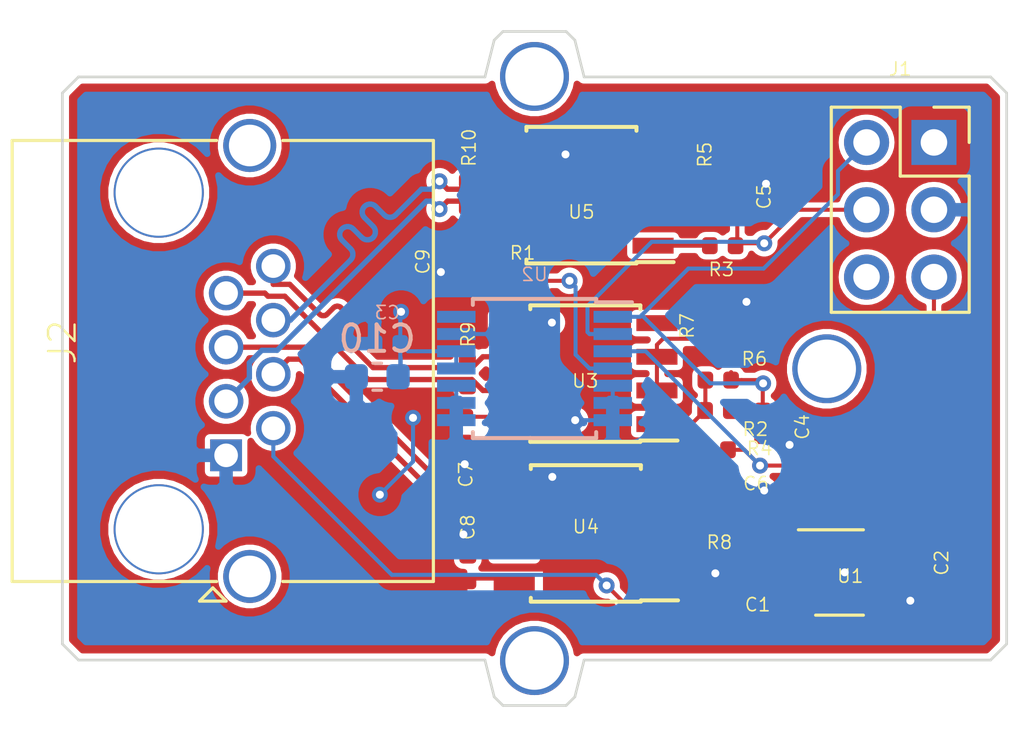
<source format=kicad_pcb>
(kicad_pcb (version 20171130) (host pcbnew "(5.1.4-0)")
  (layers (0 F.Cu signal) (31 B.Cu signal) (34 B.Paste user) (35 F.Paste user) (36 B.SilkS user hide) (37 F.SilkS user hide) (38 B.Mask user hide) (39 F.Mask user) (44 Edge.Cuts user))
  (net 0 "")
  (net 1 +5V)
  (net 2 GND)
  (net 3 +3V3)
  (net 4 ~CSn)
  (net 5 CLK)
  (net 6 "Net-(C6-Pad1)")
  (net 7 MISO)
  (net 8 /MOSI)
  (net 9 "Net-(R1-Pad2)")
  (net 10 "Net-(R2-Pad1)")
  (net 11 "Net-(R3-Pad1)")
  (net 12 "Net-(R5-Pad1)")
  (net 13 "Net-(R7-Pad1)")
  (net 14 "Net-(R8-Pad2)")
  (net 15 "Net-(U1-Pad4)")
  (net 16 "Net-(U2-Pad14)")
  (net 17 "Net-(U3-Pad4)")
  (net 18 "Net-(U4-Pad1)")
  (net 19 "Net-(U5-Pad4)")
  (net 20 /CS_-)
  (net 21 /CS_+)
  (net 22 /MISO_-)
  (net 23 /MISO_+)
  (net 24 /CLK_-)
  (net 25 /CLK_+)
  (net 26 "Net-(J2-PadSH)")
  (module Connector_RJ:RJ45_Amphenol_RJHSE5380 (layer F.Cu) (at 101.45268 69.2658 90)
    (fp_text reference J2 (at 4.2672 -6.1722 90) (layer F.SilkS) (effects (font (thickness 0.09))))
    (fp_text value 8P8C_Shielded)
    (pad SH thru_hole circle (at -4.57 0.89 90) (size 2 2) (drill 1.57) (layers *.Cu *.Mask) (net 26 "Net-(J2-PadSH)"))
    (pad SH thru_hole circle (at 11.69 0.89 90) (size 2 2) (drill 1.57) (layers *.Cu *.Mask) (net 26 "Net-(J2-PadSH)"))
    (pad "" thru_hole circle (at 9.91 -2.54 90) (size 3.4 3.4) (drill 3.25) (layers *.Cu *.Mask))
    (pad "" thru_hole circle (at -2.79 -2.54 90) (size 3.4 3.4) (drill 3.25) (layers *.Cu *.Mask))
    (pad 8 thru_hole circle (at 7.14 1.78 90) (size 1.3 1.3) (drill 0.89) (layers *.Cu *.Mask) (net 21 /CS_+))
    (pad 6 thru_hole circle (at 5.1 1.78 90) (size 1.3 1.3) (drill 0.89) (layers *.Cu *.Mask) (net 25 /CLK_+))
    (pad 4 thru_hole circle (at 3.06 1.78 90) (size 1.3 1.3) (drill 0.89) (layers *.Cu *.Mask) (net 22 /MISO_-))
    (pad 2 thru_hole circle (at 1.02 1.78 90) (size 1.3 1.3) (drill 0.89) (layers *.Cu *.Mask) (net 1 +5V))
    (pad 7 thru_hole circle (at 6.12 0 90) (size 1.3 1.3) (drill 0.89) (layers *.Cu *.Mask) (net 20 /CS_-))
    (pad 5 thru_hole circle (at 4.08 0 90) (size 1.3 1.3) (drill 0.89) (layers *.Cu *.Mask) (net 23 /MISO_+))
    (pad 3 thru_hole circle (at 2.04 0 90) (size 1.3 1.3) (drill 0.89) (layers *.Cu *.Mask) (net 24 /CLK_-))
    (pad 1 thru_hole rect (at 0 0 90) (size 1.2 1.2) (drill 0.89) (layers *.Cu *.Mask) (net 2 GND))
  )
  (module Capacitor_SMD:C_0603_1608Metric (layer B.Cu) (at 107.15 66.3 180)
    (fp_text reference C10 (at 0 1.43) (layer B.SilkS) (effects (justify mirror)))
    (fp_text value 10uF)
    (pad 2 smd roundrect (at 0.7875 0 180) (size 0.875 0.95) (layers B.Cu B.Paste B.Mask) (net 2 GND))
    (pad 1 smd roundrect (at -0.7875 0 180) (size 0.875 0.95) (layers B.Cu B.Paste B.Mask) (net 3 +3V3))
  )
  (module Package_SO:SOIC-8_3.9x4.9mm_P1.27mm (layer F.Cu) (at 114.99596 66.18224 180)
    (fp_text reference U3 (at 0 -0.2794 180) (layer F.SilkS) (effects (font (size 0.5 0.5) (thickness 0.06))))
    (fp_text value MAX485E)
    (pad 1 smd rect (at -2.7 -1.905 180) (size 1.55 0.6) (layers F.Cu F.Paste F.Mask) (net 10 "Net-(R2-Pad1)"))
    (pad 2 smd rect (at -2.7 -0.635 180) (size 1.55 0.6) (layers F.Cu F.Paste F.Mask) (net 13 "Net-(R7-Pad1)"))
    (pad 3 smd rect (at -2.7 0.635 180) (size 1.55 0.6) (layers F.Cu F.Paste F.Mask) (net 13 "Net-(R7-Pad1)"))
    (pad 4 smd rect (at -2.7 1.905 180) (size 1.55 0.6) (layers F.Cu F.Paste F.Mask) (net 17 "Net-(U3-Pad4)"))
    (pad 5 smd rect (at 2.7 1.905 180) (size 1.55 0.6) (layers F.Cu F.Paste F.Mask) (net 2 GND))
    (pad 6 smd rect (at 2.7 0.635 180) (size 1.55 0.6) (layers F.Cu F.Paste F.Mask) (net 21 /CS_+))
    (pad 7 smd rect (at 2.7 -0.635 180) (size 1.55 0.6) (layers F.Cu F.Paste F.Mask) (net 20 /CS_-))
    (pad 8 smd rect (at 2.7 -1.905 180) (size 1.55 0.6) (layers F.Cu F.Paste F.Mask) (net 3 +3V3))
  )
  (module Resistor_SMD:R_0402_1005Metric (layer F.Cu) (at 110.55 59.415 90)
    (fp_text reference R10 (at 1.75768 0.06096 90) (layer F.SilkS) (effects (font (size 0.5 0.5) (thickness 0.06))))
    (fp_text value 120)
    (pad 2 smd roundrect (at 0.485 0 90) (size 0.59 0.64) (layers F.Cu F.Paste F.Mask) (net 25 /CLK_+))
    (pad 1 smd roundrect (at -0.485 0 90) (size 0.59 0.64) (layers F.Cu F.Paste F.Mask) (net 24 /CLK_-))
  )
  (module Resistor_SMD:R_0402_1005Metric (layer F.Cu) (at 110.55 66.185 90)
    (fp_text reference R9 (at 1.47828 0.0254 90) (layer F.SilkS) (effects (font (size 0.5 0.5) (thickness 0.06))))
    (fp_text value 120)
    (pad 2 smd roundrect (at 0.485 0 90) (size 0.59 0.64) (layers F.Cu F.Paste F.Mask) (net 21 /CS_+))
    (pad 1 smd roundrect (at -0.485 0 90) (size 0.59 0.64) (layers F.Cu F.Paste F.Mask) (net 20 /CS_-))
  )
  (module Resistor_SMD:R_0402_1005Metric (layer F.Cu) (at 120.05056 71.37908 180)
    (fp_text reference R8 (at 0 -1.17) (layer F.SilkS) (effects (font (size 0.5 0.5) (thickness 0.06))))
    (fp_text value 10k)
    (pad 2 smd roundrect (at 0.485 0 180) (size 0.59 0.64) (layers F.Cu F.Paste F.Mask) (net 14 "Net-(R8-Pad2)"))
    (pad 1 smd roundrect (at -0.485 0 180) (size 0.59 0.64) (layers F.Cu F.Paste F.Mask) (net 3 +3V3))
  )
  (module Resistor_SMD:R_0402_1005Metric (layer F.Cu) (at 120.00484 64.38152 90)
    (fp_text reference R7 (at 0 -1.17 90) (layer F.SilkS) (effects (font (size 0.5 0.5) (thickness 0.06))))
    (fp_text value 10k)
    (pad 2 smd roundrect (at 0.485 0 90) (size 0.59 0.64) (layers F.Cu F.Paste F.Mask) (net 2 GND))
    (pad 1 smd roundrect (at -0.485 0 90) (size 0.59 0.64) (layers F.Cu F.Paste F.Mask) (net 13 "Net-(R7-Pad1)"))
  )
  (module Resistor_SMD:R_0402_1005Metric (layer F.Cu) (at 120.00752 66.42608 180)
    (fp_text reference R6 (at -1.36384 0.79756) (layer F.SilkS) (effects (font (size 0.5 0.5) (thickness 0.06))))
    (fp_text value 10k)
    (pad 2 smd roundrect (at 0.485 0 180) (size 0.59 0.64) (layers F.Cu F.Paste F.Mask) (net 10 "Net-(R2-Pad1)"))
    (pad 1 smd roundrect (at -0.485 0 180) (size 0.59 0.64) (layers F.Cu F.Paste F.Mask) (net 4 ~CSn))
  )
  (module Resistor_SMD:R_0402_1005Metric (layer F.Cu) (at 119.47144 59.4868 90)
    (fp_text reference R5 (at 1.56464 0.03048 90) (layer F.SilkS) (effects (font (size 0.5 0.5) (thickness 0.06))))
    (fp_text value 10k)
    (pad 2 smd roundrect (at 0.485 0 90) (size 0.59 0.64) (layers F.Cu F.Paste F.Mask) (net 2 GND))
    (pad 1 smd roundrect (at -0.485 0 90) (size 0.59 0.64) (layers F.Cu F.Paste F.Mask) (net 12 "Net-(R5-Pad1)"))
  )
  (module Resistor_SMD:R_0402_1005Metric (layer F.Cu) (at 119.8904 69.05752 180)
    (fp_text reference R4 (at -1.6764 0.0508) (layer F.SilkS) (effects (font (size 0.5 0.5) (thickness 0.06))))
    (fp_text value R)
    (pad 2 smd roundrect (at 0.485 0 180) (size 0.59 0.64) (layers F.Cu F.Paste F.Mask) (net 6 "Net-(C6-Pad1)"))
    (pad 1 smd roundrect (at -0.485 0 180) (size 0.59 0.64) (layers F.Cu F.Paste F.Mask) (net 7 MISO))
  )
  (module Resistor_SMD:R_0402_1005Metric (layer F.Cu) (at 120.17488 61.35624)
    (fp_text reference R3 (at -0.04812 0.89916) (layer F.SilkS) (effects (font (size 0.5 0.5) (thickness 0.06))))
    (fp_text value R)
    (pad 2 smd roundrect (at 0.485 0) (size 0.59 0.64) (layers F.Cu F.Paste F.Mask) (net 5 CLK))
    (pad 1 smd roundrect (at -0.485 0) (size 0.59 0.64) (layers F.Cu F.Paste F.Mask) (net 11 "Net-(R3-Pad1)"))
  )
  (module Resistor_SMD:R_0402_1005Metric (layer F.Cu) (at 119.99708 67.57416)
    (fp_text reference R2 (at 1.40984 0.70612) (layer F.SilkS) (effects (font (size 0.5 0.5) (thickness 0.06))))
    (fp_text value R)
    (pad 2 smd roundrect (at 0.485 0) (size 0.59 0.64) (layers F.Cu F.Paste F.Mask) (net 4 ~CSn))
    (pad 1 smd roundrect (at -0.485 0) (size 0.59 0.64) (layers F.Cu F.Paste F.Mask) (net 10 "Net-(R2-Pad1)"))
  )
  (module Resistor_SMD:R_0402_1005Metric (layer F.Cu) (at 112.63 62.8)
    (fp_text reference R1 (at 0 -1.17) (layer F.SilkS) (effects (font (size 0.5 0.5) (thickness 0.06))))
    (fp_text value 10k)
    (pad 2 smd roundrect (at 0.485 0) (size 0.59 0.64) (layers F.Cu F.Paste F.Mask) (net 9 "Net-(R1-Pad2)"))
    (pad 1 smd roundrect (at -0.485 0) (size 0.59 0.64) (layers F.Cu F.Paste F.Mask) (net 3 +3V3))
  )
  (module Capacitor_SMD:C_0402_1005Metric (layer F.Cu) (at 110.47984 61.8212 270)
    (fp_text reference C9 (at 0.13448 1.61036 90) (layer F.SilkS) (effects (font (size 0.5 0.5) (thickness 0.06))))
    (fp_text value 100nF)
    (pad 2 smd roundrect (at 0.485 0 270) (size 0.59 0.64) (layers F.Cu F.Paste F.Mask) (net 2 GND))
    (pad 1 smd roundrect (at -0.485 0 270) (size 0.59 0.64) (layers F.Cu F.Paste F.Mask) (net 3 +3V3))
  )
  (module Capacitor_SMD:C_0402_1005Metric (layer F.Cu) (at 110.5662 73.53808 90)
    (fp_text reference C8 (at 1.55956 0 90) (layer F.SilkS) (effects (font (size 0.5 0.5) (thickness 0.06))))
    (fp_text value 100nF)
    (pad 2 smd roundrect (at 0.485 0 90) (size 0.59 0.64) (layers F.Cu F.Paste F.Mask) (net 2 GND))
    (pad 1 smd roundrect (at -0.485 0 90) (size 0.59 0.64) (layers F.Cu F.Paste F.Mask) (net 3 +3V3))
  )
  (module Capacitor_SMD:C_0402_1005Metric (layer F.Cu) (at 110.44936 68.29552 270)
    (fp_text reference C7 (at 1.7018 -0.04064 90) (layer F.SilkS) (effects (font (size 0.5 0.5) (thickness 0.06))))
    (fp_text value 100nF)
    (pad 2 smd roundrect (at 0.485 0 270) (size 0.59 0.64) (layers F.Cu F.Paste F.Mask) (net 2 GND))
    (pad 1 smd roundrect (at -0.485 0 270) (size 0.59 0.64) (layers F.Cu F.Paste F.Mask) (net 3 +3V3))
  )
  (module Capacitor_SMD:C_0402_1005Metric (layer F.Cu) (at 119.87516 70.22084)
    (fp_text reference C6 (at 1.55688 0.11176) (layer F.SilkS) (effects (font (size 0.5 0.5) (thickness 0.06))))
    (fp_text value C)
    (pad 2 smd roundrect (at 0.485 0) (size 0.59 0.64) (layers F.Cu F.Paste F.Mask) (net 2 GND))
    (pad 1 smd roundrect (at -0.485 0) (size 0.59 0.64) (layers F.Cu F.Paste F.Mask) (net 6 "Net-(C6-Pad1)"))
  )
  (module Capacitor_SMD:C_0402_1005Metric (layer F.Cu) (at 120.7262 59.53492 90)
    (fp_text reference C5 (at 0.03048 1.00584 90) (layer F.SilkS) (effects (font (size 0.5 0.5) (thickness 0.06))))
    (fp_text value C)
    (pad 2 smd roundrect (at 0.485 0 90) (size 0.59 0.64) (layers F.Cu F.Paste F.Mask) (net 2 GND))
    (pad 1 smd roundrect (at -0.485 0 90) (size 0.59 0.64) (layers F.Cu F.Paste F.Mask) (net 5 CLK))
  )
  (module Capacitor_SMD:C_0402_1005Metric (layer F.Cu) (at 121.68632 68.05676 270)
    (fp_text reference C4 (at 0.13716 -1.49352 90) (layer F.SilkS) (effects (font (size 0.5 0.5) (thickness 0.06))))
    (fp_text value C)
    (pad 2 smd roundrect (at 0.485 0 270) (size 0.59 0.64) (layers F.Cu F.Paste F.Mask) (net 2 GND))
    (pad 1 smd roundrect (at -0.485 0 270) (size 0.59 0.64) (layers F.Cu F.Paste F.Mask) (net 4 ~CSn))
  )
  (module Capacitor_SMD:C_0402_1005Metric (layer B.Cu) (at 107.535 65.05 180)
    (fp_text reference C3 (at 0 1.17) (layer B.SilkS) (effects (font (size 0.5 0.5) (thickness 0.06)) (justify mirror)))
    (fp_text value 100nF)
    (pad 2 smd roundrect (at 0.485 0 180) (size 0.59 0.64) (layers B.Cu B.Paste B.Mask) (net 2 GND))
    (pad 1 smd roundrect (at -0.485 0 180) (size 0.59 0.64) (layers B.Cu B.Paste B.Mask) (net 3 +3V3))
  )
  (module Capacitor_SMD:C_0402_1005Metric (layer F.Cu) (at 127.258 73.31964 270)
    (fp_text reference C2 (at 0 -1.17 90) (layer F.SilkS) (effects (font (size 0.5 0.5) (thickness 0.06))))
    (fp_text value 100nF)
    (pad 2 smd roundrect (at 0.485 0 270) (size 0.59 0.64) (layers F.Cu F.Paste F.Mask) (net 2 GND))
    (pad 1 smd roundrect (at -0.485 0 270) (size 0.59 0.64) (layers F.Cu F.Paste F.Mask) (net 3 +3V3))
  )
  (module Capacitor_SMD:C_0402_1005Metric (layer F.Cu) (at 121.49328 73.73112 180)
    (fp_text reference C1 (at 0 -1.17) (layer F.SilkS) (effects (font (size 0.5 0.5) (thickness 0.06))))
    (fp_text value 10nF)
    (pad 2 smd roundrect (at 0.485 0 180) (size 0.59 0.64) (layers F.Cu F.Paste F.Mask) (net 2 GND))
    (pad 1 smd roundrect (at -0.485 0 180) (size 0.59 0.64) (layers F.Cu F.Paste F.Mask) (net 1 +5V))
  )
  (module Connector_PinSocket_2.54mm:PinSocket_2x03_P2.54mm_Vertical (layer F.Cu) (at 128.14 57.46)
    (fp_text reference J1 (at -1.27 -2.77) (layer F.SilkS) (effects (font (size 0.5 0.5) (thickness 0.06))))
    (fp_text value debug)
    (pad 1 thru_hole rect (at 0 0) (size 1.7 1.7) (drill 1) (layers *.Cu *.Mask) (net 3 +3V3))
    (pad 2 thru_hole oval (at -2.54 0) (size 1.7 1.7) (drill 1) (layers *.Cu *.Mask) (net 4 ~CSn))
    (pad 3 thru_hole oval (at 0 2.54) (size 1.7 1.7) (drill 1) (layers *.Cu *.Mask) (net 2 GND))
    (pad 4 thru_hole oval (at -2.54 2.54) (size 1.7 1.7) (drill 1) (layers *.Cu *.Mask) (net 5 CLK))
    (pad 5 thru_hole oval (at 0 5.08) (size 1.7 1.7) (drill 1) (layers *.Cu *.Mask) (net 7 MISO))
    (pad 6 thru_hole oval (at -2.54 5.08) (size 1.7 1.7) (drill 1) (layers *.Cu *.Mask) (net 8 /MOSI))
  )
  (module Package_TO_SOT_SMD:SOT-23-5 (layer F.Cu) (at 124.57956 73.6854)
    (fp_text reference U1 (at 0.4064 0.13716) (layer F.SilkS) (effects (font (size 0.5 0.5) (thickness 0.06))))
    (fp_text value TLV71333PDBV)
    (pad 1 smd rect (at -1.1 -0.95) (size 1.06 0.65) (layers F.Cu F.Paste F.Mask) (net 1 +5V))
    (pad 2 smd rect (at -1.1 0) (size 1.06 0.65) (layers F.Cu F.Paste F.Mask) (net 2 GND))
    (pad 3 smd rect (at -1.1 0.95) (size 1.06 0.65) (layers F.Cu F.Paste F.Mask) (net 1 +5V))
    (pad 4 smd rect (at 1.1 0.95) (size 1.06 0.65) (layers F.Cu F.Paste F.Mask) (net 15 "Net-(U1-Pad4)"))
    (pad 5 smd rect (at 1.1 -0.95) (size 1.06 0.65) (layers F.Cu F.Paste F.Mask) (net 3 +3V3))
  )
  (module Package_SO:TSSOP-14_4.4x5mm_P0.65mm (layer B.Cu) (at 113.0808 65.9892 180)
    (fp_text reference U2 (at 0 3.55) (layer B.SilkS) (effects (font (size 0.5 0.5) (thickness 0.06)) (justify mirror)))
    (fp_text value AS5048A)
    (pad 1 smd rect (at -2.95 1.95 180) (size 1.45 0.45) (layers B.Cu B.Paste B.Mask) (net 4 ~CSn))
    (pad 2 smd rect (at -2.95 1.3 180) (size 1.45 0.45) (layers B.Cu B.Paste B.Mask) (net 5 CLK))
    (pad 3 smd rect (at -2.95 0.65 180) (size 1.45 0.45) (layers B.Cu B.Paste B.Mask) (net 7 MISO))
    (pad 4 smd rect (at -2.95 0 180) (size 1.45 0.45) (layers B.Cu B.Paste B.Mask) (net 9 "Net-(R1-Pad2)"))
    (pad 5 smd rect (at -2.95 -0.65 180) (size 1.45 0.45) (layers B.Cu B.Paste B.Mask) (net 2 GND))
    (pad 6 smd rect (at -2.95 -1.3 180) (size 1.45 0.45) (layers B.Cu B.Paste B.Mask) (net 2 GND))
    (pad 7 smd rect (at -2.95 -1.95 180) (size 1.45 0.45) (layers B.Cu B.Paste B.Mask) (net 2 GND))
    (pad 8 smd rect (at 2.95 -1.95 180) (size 1.45 0.45) (layers B.Cu B.Paste B.Mask) (net 2 GND))
    (pad 9 smd rect (at 2.95 -1.3 180) (size 1.45 0.45) (layers B.Cu B.Paste B.Mask) (net 2 GND))
    (pad 10 smd rect (at 2.95 -0.65 180) (size 1.45 0.45) (layers B.Cu B.Paste B.Mask) (net 2 GND))
    (pad 11 smd rect (at 2.95 0 180) (size 1.45 0.45) (layers B.Cu B.Paste B.Mask) (net 3 +3V3))
    (pad 12 smd rect (at 2.95 0.65 180) (size 1.45 0.45) (layers B.Cu B.Paste B.Mask) (net 3 +3V3))
    (pad 13 smd rect (at 2.95 1.3 180) (size 1.45 0.45) (layers B.Cu B.Paste B.Mask) (net 2 GND))
    (pad 14 smd rect (at 2.95 1.95 180) (size 1.45 0.45) (layers B.Cu B.Paste B.Mask) (net 16 "Net-(U2-Pad14)"))
  )
  (module Package_SO:SOIC-8_3.9x4.9mm_P1.27mm (layer F.Cu) (at 115.01628 72.2122 180)
    (fp_text reference U4 (at 0 0.254 180) (layer F.SilkS) (effects (font (size 0.5 0.5) (thickness 0.06))))
    (fp_text value MAX485E)
    (pad 8 smd rect (at 2.7 -1.905 180) (size 1.55 0.6) (layers F.Cu F.Paste F.Mask) (net 3 +3V3))
    (pad 7 smd rect (at 2.7 -0.635 180) (size 1.55 0.6) (layers F.Cu F.Paste F.Mask) (net 22 /MISO_-))
    (pad 6 smd rect (at 2.7 0.635 180) (size 1.55 0.6) (layers F.Cu F.Paste F.Mask) (net 23 /MISO_+))
    (pad 5 smd rect (at 2.7 1.905 180) (size 1.55 0.6) (layers F.Cu F.Paste F.Mask) (net 2 GND))
    (pad 4 smd rect (at -2.7 1.905 180) (size 1.55 0.6) (layers F.Cu F.Paste F.Mask) (net 6 "Net-(C6-Pad1)"))
    (pad 3 smd rect (at -2.7 0.635 180) (size 1.55 0.6) (layers F.Cu F.Paste F.Mask) (net 14 "Net-(R8-Pad2)"))
    (pad 2 smd rect (at -2.7 -0.635 180) (size 1.55 0.6) (layers F.Cu F.Paste F.Mask) (net 14 "Net-(R8-Pad2)"))
    (pad 1 smd rect (at -2.7 -1.905 180) (size 1.55 0.6) (layers F.Cu F.Paste F.Mask) (net 18 "Net-(U4-Pad1)"))
  )
  (module Package_SO:SOIC-8_3.9x4.9mm_P1.27mm (layer F.Cu) (at 114.85 59.45 180)
    (fp_text reference U5 (at 0 -0.635 180) (layer F.SilkS) (effects (font (size 0.5 0.5) (thickness 0.06))))
    (fp_text value MAX485E)
    (pad 1 smd rect (at -2.7 -1.905 180) (size 1.55 0.6) (layers F.Cu F.Paste F.Mask) (net 11 "Net-(R3-Pad1)"))
    (pad 2 smd rect (at -2.7 -0.635 180) (size 1.55 0.6) (layers F.Cu F.Paste F.Mask) (net 12 "Net-(R5-Pad1)"))
    (pad 3 smd rect (at -2.7 0.635 180) (size 1.55 0.6) (layers F.Cu F.Paste F.Mask) (net 12 "Net-(R5-Pad1)"))
    (pad 4 smd rect (at -2.7 1.905 180) (size 1.55 0.6) (layers F.Cu F.Paste F.Mask) (net 19 "Net-(U5-Pad4)"))
    (pad 5 smd rect (at 2.7 1.905 180) (size 1.55 0.6) (layers F.Cu F.Paste F.Mask) (net 2 GND))
    (pad 6 smd rect (at 2.7 0.635 180) (size 1.55 0.6) (layers F.Cu F.Paste F.Mask) (net 25 /CLK_+))
    (pad 7 smd rect (at 2.7 -0.635 180) (size 1.55 0.6) (layers F.Cu F.Paste F.Mask) (net 24 /CLK_-))
    (pad 8 smd rect (at 2.7 -1.905 180) (size 1.55 0.6) (layers F.Cu F.Paste F.Mask) (net 3 +3V3))
  )
  (gr_line (start 95.886172 54.9892) (end 95.280149 55.595222) (layer Edge.Cuts) (width 0.1))
  (gr_line (start 111.210945 54.9892) (end 95.886172 54.9892) (layer Edge.Cuts) (width 0.1))
  (gr_line (start 111.559943 53.602548) (end 111.210945 54.9892) (layer Edge.Cuts) (width 0.1))
  (gr_line (start 111.890488 53.274928) (end 111.559943 53.602548) (layer Edge.Cuts) (width 0.1))
  (gr_line (start 114.271511 53.274928) (end 111.890488 53.274928) (layer Edge.Cuts) (width 0.1))
  (gr_line (start 114.602056 53.602548) (end 114.271511 53.274928) (layer Edge.Cuts) (width 0.1))
  (gr_line (start 114.951054 54.9892) (end 114.602056 53.602548) (layer Edge.Cuts) (width 0.1))
  (gr_line (start 130.275827 54.9892) (end 114.951054 54.9892) (layer Edge.Cuts) (width 0.1))
  (gr_line (start 130.881849 55.595222) (end 130.275827 54.9892) (layer Edge.Cuts) (width 0.1))
  (gr_line (start 130.881849 76.383177) (end 130.881849 55.595222) (layer Edge.Cuts) (width 0.1))
  (gr_line (start 130.275827 76.9892) (end 130.881849 76.383177) (layer Edge.Cuts) (width 0.1))
  (gr_line (start 114.951054 76.9892) (end 130.275827 76.9892) (layer Edge.Cuts) (width 0.1))
  (gr_line (start 114.602056 78.375851) (end 114.951054 76.9892) (layer Edge.Cuts) (width 0.1))
  (gr_line (start 114.271511 78.703471) (end 114.602056 78.375851) (layer Edge.Cuts) (width 0.1))
  (gr_line (start 111.890488 78.703471) (end 114.271511 78.703471) (layer Edge.Cuts) (width 0.1))
  (gr_line (start 111.559943 78.375851) (end 111.890488 78.703471) (layer Edge.Cuts) (width 0.1))
  (gr_line (start 111.210945 76.9892) (end 111.559943 78.375851) (layer Edge.Cuts) (width 0.1))
  (gr_line (start 95.886172 76.9892) (end 111.210945 76.9892) (layer Edge.Cuts) (width 0.1))
  (gr_line (start 95.280149 76.383177) (end 95.886172 76.9892) (layer Edge.Cuts) (width 0.1))
  (gr_line (start 95.280149 55.595222) (end 95.280149 76.383177) (layer Edge.Cuts) (width 0.1))
  (via (at 113.08 54.97) (size 2.6) (drill 2.2) (layers F.Cu B.Cu) (net 0))
  (via (at 113.08 77.01) (size 2.6) (drill 2.2) (layers F.Cu B.Cu) (net 0))
  (via (at 124.1 66) (size 2.6) (drill 2.2) (layers F.Cu B.Cu) (net 0))
  (via (at 107.25 70.75) (size 0.6) (drill 0.3) (layers F.Cu B.Cu) (net 3))
  (segment (start 121.97828 73.55428) (end 121.97828 73.73112) (width 0.1524) (layer F.Cu) (net 1))
  (segment (start 122.79716 72.7354) (end 121.97828 73.55428) (width 0.1524) (layer F.Cu) (net 1))
  (segment (start 123.47956 72.7354) (end 122.79716 72.7354) (width 0.1524) (layer F.Cu) (net 1))
  (segment (start 121.97828 73.81652) (end 121.97828 73.73112) (width 0.1524) (layer F.Cu) (net 1))
  (segment (start 122.79716 74.6354) (end 121.97828 73.81652) (width 0.1524) (layer F.Cu) (net 1))
  (segment (start 123.47956 74.6354) (end 122.79716 74.6354) (width 0.1524) (layer F.Cu) (net 1))
  (via (at 115.8 74.175) (size 0.6) (drill 0.3) (layers F.Cu B.Cu) (net 1))
  (segment (start 121.644112 74.065288) (end 121.97828 73.73112) (width 0.1524) (layer F.Cu) (net 1))
  (segment (start 120.83528 74.87412) (end 120.95854 74.75086) (width 0.1524) (layer F.Cu) (net 1))
  (segment (start 120.95854 74.75086) (end 121.644112 74.065288) (width 0.1524) (layer F.Cu) (net 1))
  (segment (start 120.79463 74.91477) (end 120.95854 74.75086) (width 0.1524) (layer F.Cu) (net 1))
  (segment (start 116.53977 74.91477) (end 117.48523 74.91477) (width 0.1524) (layer F.Cu) (net 1))
  (segment (start 115.8 74.175) (end 116.53977 74.91477) (width 0.1524) (layer F.Cu) (net 1))
  (segment (start 120.79463 74.91477) (end 117.48523 74.91477) (width 0.1524) (layer F.Cu) (net 1))
  (segment (start 103.23268 68.2458) (end 103.23268 69.30646) (width 0.1524) (layer B.Cu) (net 1))
  (segment (start 115.400001 73.775001) (end 107.701221 73.775001) (width 0.1524) (layer B.Cu) (net 1))
  (segment (start 107.701221 73.775001) (end 106.93811 73.01189) (width 0.1524) (layer B.Cu) (net 1))
  (segment (start 115.8 74.175) (end 115.400001 73.775001) (width 0.1524) (layer B.Cu) (net 1))
  (segment (start 103.23268 69.30646) (end 106.93811 73.01189) (width 0.1524) (layer B.Cu) (net 1))
  (via (at 124.77496 73.68032) (size 0.6) (drill 0.3) (layers F.Cu B.Cu) (net 2))
  (via (at 114.2492 57.912) (size 0.6) (drill 0.3) (layers F.Cu B.Cu) (net 2))
  (via (at 113.75136 70.0786) (size 0.6) (drill 0.3) (layers F.Cu B.Cu) (net 2))
  (segment (start 113.72596 70.104) (end 113.75136 70.0786) (width 0.1524) (layer F.Cu) (net 2))
  (segment (start 112.0318 70.104) (end 113.72596 70.104) (width 0.1524) (layer F.Cu) (net 2))
  (via (at 121.73966 70.59168) (size 0.6) (drill 0.3) (layers F.Cu B.Cu) (net 2))
  (via (at 110.4 72.25) (size 0.6) (drill 0.3) (layers F.Cu B.Cu) (net 2))
  (via (at 127.25 74.75) (size 0.6) (drill 0.3) (layers F.Cu B.Cu) (net 2))
  (via (at 119.89816 73.71588) (size 0.6) (drill 0.3) (layers F.Cu B.Cu) (net 2))
  (segment (start 119.9134 73.73112) (end 119.89816 73.71588) (width 0.1524) (layer F.Cu) (net 2))
  (segment (start 121.00828 73.73112) (end 119.9134 73.73112) (width 0.1524) (layer F.Cu) (net 2))
  (segment (start 124.76988 73.6854) (end 124.77496 73.68032) (width 0.1524) (layer F.Cu) (net 2))
  (segment (start 123.47956 73.6854) (end 124.76988 73.6854) (width 0.1524) (layer F.Cu) (net 2))
  (segment (start 122.10632 68.54176) (end 122.43412 68.86956) (width 0.1524) (layer F.Cu) (net 2))
  (segment (start 121.68632 68.54176) (end 122.10632 68.54176) (width 0.1524) (layer F.Cu) (net 2))
  (via (at 122.69724 68.86956) (size 0.6) (drill 0.3) (layers F.Cu B.Cu) (net 2))
  (segment (start 122.43412 68.86956) (end 122.69724 68.86956) (width 0.1524) (layer F.Cu) (net 2))
  (segment (start 120.67808 59.0018) (end 120.7262 59.04992) (width 0.1524) (layer F.Cu) (net 2))
  (segment (start 119.47144 59.0018) (end 120.67808 59.0018) (width 0.1524) (layer F.Cu) (net 2))
  (segment (start 121.77776 59.04992) (end 121.80824 59.01944) (width 0.1524) (layer F.Cu) (net 2))
  (via (at 121.80824 59.01944) (size 0.6) (drill 0.3) (layers F.Cu B.Cu) (net 2))
  (segment (start 120.7262 59.04992) (end 121.77776 59.04992) (width 0.1524) (layer F.Cu) (net 2))
  (via (at 121.07164 63.4746) (size 0.6) (drill 0.3) (layers F.Cu B.Cu) (net 2))
  (segment (start 120.64972 63.89652) (end 121.07164 63.4746) (width 0.1524) (layer F.Cu) (net 2))
  (segment (start 120.00484 63.89652) (end 120.64972 63.89652) (width 0.1524) (layer F.Cu) (net 2))
  (via (at 109.55 62.35) (size 0.6) (drill 0.3) (layers F.Cu B.Cu) (net 2))
  (via (at 110.45 69.6) (size 0.6) (drill 0.3) (layers F.Cu B.Cu) (net 2))
  (segment (start 113.849201 57.512001) (end 113.023599 57.512001) (width 0.1524) (layer F.Cu) (net 2))
  (segment (start 114.2492 57.912) (end 113.849201 57.512001) (width 0.1524) (layer F.Cu) (net 2))
  (segment (start 113.023599 57.512001) (end 113.0046 57.531) (width 0.1524) (layer F.Cu) (net 2))
  (segment (start 113.0046 57.531) (end 113.37544 57.531) (width 0.1524) (layer F.Cu) (net 2))
  (segment (start 111.9302 57.531) (end 113.0046 57.531) (width 0.1524) (layer F.Cu) (net 2))
  (segment (start 116.0308 67.2892) (end 116.0308 66.6392) (width 0.1524) (layer B.Cu) (net 2))
  (via (at 113.73612 64.25692) (size 0.6) (drill 0.3) (layers F.Cu B.Cu) (net 2))
  (segment (start 120.731 70.59168) (end 120.36016 70.22084) (width 0.1524) (layer F.Cu) (net 2))
  (segment (start 121.73966 70.59168) (end 120.731 70.59168) (width 0.1524) (layer F.Cu) (net 2))
  (segment (start 110.1308 69.41672) (end 109.87532 69.6722) (width 0.1524) (layer B.Cu) (net 2))
  (segment (start 112.31628 64.25692) (end 112.29596 64.27724) (width 0.1524) (layer F.Cu) (net 2))
  (segment (start 113.73612 64.25692) (end 112.31628 64.25692) (width 0.1524) (layer F.Cu) (net 2))
  (segment (start 115.1534 67.9392) (end 115.13998 67.95262) (width 0.1524) (layer B.Cu) (net 2))
  (segment (start 116.0308 67.9392) (end 115.1534 67.9392) (width 0.1524) (layer B.Cu) (net 2))
  (segment (start 115.1534 67.9392) (end 114.61314 67.9392) (width 0.1524) (layer B.Cu) (net 2))
  (segment (start 114.61314 67.9392) (end 114.61314 67.9392) (width 0.1524) (layer B.Cu) (net 2))
  (via (at 114.61314 67.9392) (size 0.6) (drill 0.3) (layers F.Cu B.Cu) (net 2))
  (segment (start 116.0308 67.9392) (end 116.0308 67.2892) (width 0.1524) (layer B.Cu) (net 2))
  (segment (start 110.1308 64.6892) (end 111.6608 64.6892) (width 0.1524) (layer B.Cu) (net 2))
  (segment (start 110.1308 67.2892) (end 110.1308 66.6392) (width 0.1524) (layer B.Cu) (net 2))
  (segment (start 127.25 73.81264) (end 127.258 73.80464) (width 0.1524) (layer F.Cu) (net 2))
  (segment (start 127.25 74.75) (end 127.25 73.81264) (width 0.1524) (layer F.Cu) (net 2))
  (segment (start 110.45 68.78116) (end 110.44936 68.78052) (width 0.1524) (layer F.Cu) (net 2))
  (segment (start 110.45 69.6) (end 110.45 68.78116) (width 0.1524) (layer F.Cu) (net 2))
  (segment (start 109.5938 62.3062) (end 109.55 62.35) (width 0.1524) (layer F.Cu) (net 2))
  (segment (start 110.47984 62.3062) (end 109.5938 62.3062) (width 0.1524) (layer F.Cu) (net 2))
  (segment (start 110.5662 72.4162) (end 110.4 72.25) (width 0.1524) (layer F.Cu) (net 2))
  (segment (start 110.5662 73.05308) (end 110.5662 72.4162) (width 0.1524) (layer F.Cu) (net 2))
  (segment (start 110.9 56.7) (end 114.7 56.7) (width 0.4) (layer F.Cu) (net 3))
  (segment (start 114.7 56.7) (end 114.8 56.7) (width 0.1524) (layer F.Cu) (net 3))
  (segment (start 110.8202 63.2968) (end 111.4425 62.6745) (width 0.3) (layer F.Cu) (net 3))
  (segment (start 112.0318 73.914) (end 110.24108 73.914) (width 0.1524) (layer F.Cu) (net 3))
  (segment (start 120.49252 66.42608) (end 120.49252 66.12636) (width 0.1524) (layer F.Cu) (net 4))
  (segment (start 125.7788 72.83464) (end 125.67956 72.7354) (width 0.1524) (layer F.Cu) (net 3))
  (segment (start 127.508 72.83464) (end 125.7788 72.83464) (width 0.1524) (layer F.Cu) (net 3))
  (segment (start 120.49252 66.42608) (end 120.88752 66.42608) (width 0.1524) (layer F.Cu) (net 4))
  (segment (start 120.88752 66.42608) (end 121.62028 66.42608) (width 0.1524) (layer F.Cu) (net 4))
  (segment (start 110.5614 61.25464) (end 110.47984 61.3362) (width 0.1524) (layer F.Cu) (net 3))
  (segment (start 112.19436 61.25464) (end 110.5614 61.25464) (width 0.1524) (layer F.Cu) (net 3))
  (segment (start 110.1204 65.3288) (end 110.1308 65.3392) (width 0.1524) (layer B.Cu) (net 3))
  (segment (start 111.468 62.7) (end 111.4425 62.6745) (width 0.1524) (layer F.Cu) (net 3))
  (segment (start 112.145 62.7) (end 111.468 62.7) (width 0.3) (layer F.Cu) (net 3))
  (segment (start 112.01924 67.81052) (end 112.29596 68.08724) (width 0.1524) (layer F.Cu) (net 3))
  (segment (start 110.44936 67.81052) (end 112.01924 67.81052) (width 0.1524) (layer F.Cu) (net 3))
  (via (at 108.05 63.85) (size 0.6) (drill 0.3) (layers F.Cu B.Cu) (net 3))
  (segment (start 114.7 56.7) (end 115.3 56.7) (width 0.3) (layer F.Cu) (net 3))
  (segment (start 115.3 56.7) (end 115.95 56.05) (width 0.3) (layer F.Cu) (net 3))
  (segment (start 108.035 65.5764) (end 108.035 66.05) (width 0.1524) (layer B.Cu) (net 3))
  (segment (start 112.145 61.36) (end 112.15 61.355) (width 0.1524) (layer F.Cu) (net 3))
  (segment (start 112.145 62.8) (end 112.145 61.36) (width 0.1524) (layer F.Cu) (net 3))
  (segment (start 108.3092 65.3392) (end 108.02 65.05) (width 0.1524) (layer B.Cu) (net 3))
  (segment (start 110.1308 65.3392) (end 108.3092 65.3392) (width 0.1524) (layer B.Cu) (net 3))
  (segment (start 108.02 66.2175) (end 107.9375 66.3) (width 0.1524) (layer B.Cu) (net 3))
  (segment (start 108.02 65.05) (end 108.02 66.2175) (width 0.1524) (layer B.Cu) (net 3))
  (segment (start 110.1308 65.9892) (end 110.1308 65.3392) (width 0.1524) (layer B.Cu) (net 3))
  (segment (start 108.02 63.88) (end 108.05 63.85) (width 0.1524) (layer B.Cu) (net 3))
  (segment (start 108.02 65.05) (end 108.02 63.88) (width 0.1524) (layer B.Cu) (net 3))
  (via (at 108.5 67.85) (size 0.6) (drill 0.3) (layers F.Cu B.Cu) (net 3))
  (segment (start 108.5 69.5) (end 107.25 70.75) (width 0.1524) (layer B.Cu) (net 3))
  (segment (start 108.5 67.85) (end 108.5 69.5) (width 0.1524) (layer B.Cu) (net 3))
  (segment (start 127.678 72.83464) (end 127.69336 72.85) (width 0.1524) (layer F.Cu) (net 3))
  (segment (start 127.258 72.83464) (end 127.678 72.83464) (width 0.1524) (layer F.Cu) (net 3))
  (segment (start 127.69336 72.85) (end 128.15 72.85) (width 0.1524) (layer F.Cu) (net 3))
  (segment (start 110.05984 61.3362) (end 110.02364 61.3) (width 0.1524) (layer F.Cu) (net 3))
  (segment (start 110.47984 61.3362) (end 110.05984 61.3362) (width 0.1524) (layer F.Cu) (net 3))
  (segment (start 110.02364 61.3) (end 109.7 61.3) (width 0.1524) (layer F.Cu) (net 3))
  (segment (start 110.44936 67.81052) (end 109.71052 67.81052) (width 0.1524) (layer F.Cu) (net 3))
  (segment (start 121.70128 67.57416) (end 121.82856 67.44688) (width 0.1524) (layer F.Cu) (net 4))
  (segment (start 120.48208 67.57416) (end 121.11228 67.57416) (width 0.1524) (layer F.Cu) (net 4))
  (segment (start 121.11228 67.57416) (end 121.70128 67.57416) (width 0.1524) (layer F.Cu) (net 4))
  (via (at 121.7 66.55) (size 0.6) (drill 0.3) (layers F.Cu B.Cu) (net 4))
  (segment (start 116.9082 64.0392) (end 116.0308 64.0392) (width 0.1524) (layer B.Cu) (net 4))
  (segment (start 124.521399 58.538601) (end 124.521399 59.415931) (width 0.1524) (layer B.Cu) (net 4))
  (segment (start 125.6 57.46) (end 124.521399 58.538601) (width 0.1524) (layer B.Cu) (net 4))
  (segment (start 117.0608 64.0392) (end 116.9082 64.0392) (width 0.1524) (layer B.Cu) (net 4))
  (segment (start 121.68632 66.56368) (end 121.7 66.55) (width 0.1524) (layer F.Cu) (net 4))
  (segment (start 121.68632 67.57176) (end 121.68632 66.56368) (width 0.1524) (layer F.Cu) (net 4))
  (segment (start 119.7 66.55) (end 117.125 63.975) (width 0.1524) (layer B.Cu) (net 4))
  (segment (start 117.125 63.975) (end 117.0608 64.0392) (width 0.1524) (layer B.Cu) (net 4))
  (segment (start 121.7 66.55) (end 119.7 66.55) (width 0.1524) (layer B.Cu) (net 4))
  (segment (start 118.881335 62.218665) (end 121.718665 62.218665) (width 0.1524) (layer B.Cu) (net 4))
  (segment (start 117.125 63.975) (end 118.881335 62.218665) (width 0.1524) (layer B.Cu) (net 4))
  (segment (start 124.521399 59.415931) (end 121.718665 62.218665) (width 0.1524) (layer B.Cu) (net 4))
  (segment (start 115.077199 63.631319) (end 117.499598 61.20892) (width 0.1524) (layer B.Cu) (net 5))
  (segment (start 115.077199 64.612999) (end 115.077199 63.631319) (width 0.1524) (layer B.Cu) (net 5))
  (segment (start 115.1534 64.6892) (end 115.077199 64.612999) (width 0.1524) (layer B.Cu) (net 5))
  (segment (start 116.0308 64.6892) (end 115.1534 64.6892) (width 0.1524) (layer B.Cu) (net 5))
  (via (at 121.7422 61.2648) (size 0.6) (drill 0.3) (layers F.Cu B.Cu) (net 5))
  (segment (start 121.68632 61.20892) (end 121.7422 61.2648) (width 0.1524) (layer B.Cu) (net 5))
  (segment (start 117.499598 61.20892) (end 121.68632 61.20892) (width 0.1524) (layer B.Cu) (net 5))
  (segment (start 120.75132 61.2648) (end 120.65988 61.35624) (width 0.1524) (layer F.Cu) (net 5))
  (segment (start 121.7422 61.2648) (end 120.75132 61.2648) (width 0.1524) (layer F.Cu) (net 5))
  (segment (start 120.7262 61.28992) (end 120.65988 61.35624) (width 0.1524) (layer F.Cu) (net 5))
  (segment (start 120.7262 60.01992) (end 120.7262 61.28992) (width 0.1524) (layer F.Cu) (net 5))
  (segment (start 123.007 60) (end 121.7422 61.2648) (width 0.1524) (layer F.Cu) (net 5))
  (segment (start 125.6 60) (end 123.007 60) (width 0.1524) (layer F.Cu) (net 5))
  (segment (start 117.67564 69.86016) (end 117.4318 70.104) (width 0.1524) (layer F.Cu) (net 6))
  (segment (start 119.27332 70.104) (end 119.39016 70.22084) (width 0.1524) (layer F.Cu) (net 6))
  (segment (start 117.4318 70.104) (end 119.27332 70.104) (width 0.1524) (layer F.Cu) (net 6))
  (segment (start 119.4054 70.2056) (end 119.39016 70.22084) (width 0.1524) (layer F.Cu) (net 6))
  (segment (start 119.4054 69.05752) (end 119.4054 70.2056) (width 0.1524) (layer F.Cu) (net 6))
  (via (at 121.584325 69.652031) (size 0.6) (drill 0.3) (layers F.Cu B.Cu) (net 7))
  (segment (start 120.989814 69.05752) (end 121.584325 69.652031) (width 0.1524) (layer F.Cu) (net 7))
  (segment (start 120.3754 69.05752) (end 120.989814 69.05752) (width 0.1524) (layer F.Cu) (net 7))
  (segment (start 117.271494 65.3392) (end 116.0308 65.3392) (width 0.1524) (layer B.Cu) (net 7))
  (segment (start 121.584325 69.652031) (end 117.271494 65.3392) (width 0.1524) (layer B.Cu) (net 7))
  (segment (start 128.14 63.742081) (end 128.14 62.54) (width 0.1524) (layer F.Cu) (net 7))
  (segment (start 123.947969 69.652031) (end 128.14 65.46) (width 0.1524) (layer F.Cu) (net 7))
  (segment (start 128.14 65.46) (end 128.14 63.742081) (width 0.1524) (layer F.Cu) (net 7))
  (segment (start 121.584325 69.652031) (end 123.947969 69.652031) (width 0.1524) (layer F.Cu) (net 7))
  (via (at 114.4 62.68) (size 0.6) (drill 0.3) (layers F.Cu B.Cu) (net 9))
  (segment (start 114.628881 65.464681) (end 114.628881 62.908881) (width 0.1524) (layer B.Cu) (net 9))
  (segment (start 115.1534 65.9892) (end 114.628881 65.464681) (width 0.1524) (layer B.Cu) (net 9))
  (segment (start 114.628881 62.908881) (end 114.4 62.68) (width 0.1524) (layer B.Cu) (net 9))
  (segment (start 116.0308 65.9892) (end 115.1534 65.9892) (width 0.1524) (layer B.Cu) (net 9))
  (segment (start 113.135 62.68) (end 113.115 62.7) (width 0.1524) (layer F.Cu) (net 9))
  (segment (start 114.4 62.68) (end 113.135 62.68) (width 0.1524) (layer F.Cu) (net 9))
  (segment (start 119.52252 67.56372) (end 119.51208 67.57416) (width 0.1524) (layer F.Cu) (net 10))
  (segment (start 119.52252 66.42608) (end 119.52252 67.56372) (width 0.1524) (layer F.Cu) (net 10))
  (segment (start 119.507 67.57924) (end 119.51208 67.57416) (width 0.1524) (layer F.Cu) (net 10))
  (segment (start 118.999 68.08724) (end 119.51208 67.57416) (width 0.1524) (layer F.Cu) (net 10))
  (segment (start 117.69596 68.08724) (end 118.999 68.08724) (width 0.1524) (layer F.Cu) (net 10))
  (segment (start 117.69596 61.35624) (end 117.59436 61.25464) (width 0.1524) (layer F.Cu) (net 11))
  (segment (start 119.68988 61.35624) (end 117.69596 61.35624) (width 0.1524) (layer F.Cu) (net 11))
  (segment (start 117.635 60.02528) (end 117.59436 59.98464) (width 0.1524) (layer F.Cu) (net 12))
  (segment (start 117.59436 59.98464) (end 117.59436 58.71464) (width 0.1524) (layer F.Cu) (net 12))
  (segment (start 117.6072 59.9718) (end 117.59436 59.98464) (width 0.1524) (layer F.Cu) (net 12))
  (segment (start 119.47144 59.9718) (end 117.6072 59.9718) (width 0.1524) (layer F.Cu) (net 12))
  (segment (start 117.69596 66.81724) (end 117.69596 65.54724) (width 0.1524) (layer F.Cu) (net 13))
  (segment (start 117.92428 64.86652) (end 118.76532 64.86652) (width 0.1524) (layer F.Cu) (net 13))
  (segment (start 117.69596 65.09484) (end 117.92428 64.86652) (width 0.1524) (layer F.Cu) (net 13))
  (segment (start 117.69596 65.54724) (end 117.69596 65.09484) (width 0.1524) (layer F.Cu) (net 13))
  (segment (start 120.00484 64.86652) (end 118.76532 64.86652) (width 0.1524) (layer F.Cu) (net 13))
  (segment (start 117.43688 71.37908) (end 117.4318 71.374) (width 0.1524) (layer F.Cu) (net 14))
  (segment (start 119.56556 71.37908) (end 117.43688 71.37908) (width 0.1524) (layer F.Cu) (net 14))
  (segment (start 117.4318 72.644) (end 117.4318 71.374) (width 0.1524) (layer F.Cu) (net 14))
  (segment (start 103.03208 63.263399) (end 102.914481 63.1458) (width 0.2) (layer F.Cu) (net 20))
  (segment (start 103.665833 63.263399) (end 103.03208 63.263399) (width 0.2) (layer F.Cu) (net 20))
  (segment (start 111.133459 66.81724) (end 110.723459 66.40724) (width 0.2) (layer F.Cu) (net 20))
  (segment (start 112.29596 66.81724) (end 111.133459 66.81724) (width 0.2) (layer F.Cu) (net 20))
  (segment (start 106.809674 66.40724) (end 103.665833 63.263399) (width 0.2) (layer F.Cu) (net 20))
  (segment (start 102.914481 63.1458) (end 101.45268 63.1458) (width 0.2) (layer F.Cu) (net 20))
  (segment (start 110.723459 66.40724) (end 106.809674 66.40724) (width 0.2) (layer F.Cu) (net 20))
  (segment (start 103.23268 62.813408) (end 103.23268 62.1258) (width 0.2) (layer F.Cu) (net 21))
  (segment (start 103.852225 62.813408) (end 103.23268 62.813408) (width 0.2) (layer F.Cu) (net 21))
  (segment (start 105.013738 63.967829) (end 104.978723 63.939906) (width 0.2) (layer F.Cu) (net 21))
  (segment (start 105.142537 63.997227) (end 105.097751 63.997227) (width 0.2) (layer F.Cu) (net 21))
  (segment (start 105.1862 63.987261) (end 105.142537 63.997227) (width 0.2) (layer F.Cu) (net 21))
  (segment (start 105.226551 63.967829) (end 105.1862 63.987261) (width 0.2) (layer F.Cu) (net 21))
  (segment (start 105.504484 63.696988) (end 105.261565 63.939906) (width 0.2) (layer F.Cu) (net 21))
  (segment (start 105.539499 63.669064) (end 105.504484 63.696988) (width 0.2) (layer F.Cu) (net 21))
  (segment (start 105.579849 63.649632) (end 105.539499 63.669064) (width 0.2) (layer F.Cu) (net 21))
  (segment (start 105.497053 64.298114) (end 105.516485 64.257764) (width 0.2) (layer F.Cu) (net 21))
  (segment (start 105.834682 63.904465) (end 105.844648 63.860802) (width 0.2) (layer F.Cu) (net 21))
  (segment (start 105.834682 63.772353) (end 105.81525 63.732003) (width 0.2) (layer F.Cu) (net 21))
  (segment (start 105.668298 63.639666) (end 105.623512 63.639666) (width 0.2) (layer F.Cu) (net 21))
  (segment (start 105.711961 63.649632) (end 105.668298 63.639666) (width 0.2) (layer F.Cu) (net 21))
  (segment (start 105.787327 63.696988) (end 105.752312 63.669064) (width 0.2) (layer F.Cu) (net 21))
  (segment (start 105.054088 63.987261) (end 105.013738 63.967829) (width 0.2) (layer F.Cu) (net 21))
  (segment (start 105.81525 63.944816) (end 105.834682 63.904465) (width 0.2) (layer F.Cu) (net 21))
  (segment (start 105.787327 63.97983) (end 105.81525 63.944816) (width 0.2) (layer F.Cu) (net 21))
  (segment (start 105.752312 63.669064) (end 105.711961 63.649632) (width 0.2) (layer F.Cu) (net 21))
  (segment (start 105.844648 63.816016) (end 105.834682 63.772353) (width 0.2) (layer F.Cu) (net 21))
  (segment (start 105.516485 64.257764) (end 105.544409 64.222749) (width 0.2) (layer F.Cu) (net 21))
  (segment (start 105.623512 63.639666) (end 105.579849 63.649632) (width 0.2) (layer F.Cu) (net 21))
  (segment (start 105.81525 63.732003) (end 105.787327 63.696988) (width 0.2) (layer F.Cu) (net 21))
  (segment (start 105.097751 63.997227) (end 105.054088 63.987261) (width 0.2) (layer F.Cu) (net 21))
  (segment (start 105.544409 64.222749) (end 105.787327 63.97983) (width 0.2) (layer F.Cu) (net 21))
  (segment (start 105.516485 64.470577) (end 105.497053 64.430226) (width 0.2) (layer F.Cu) (net 21))
  (segment (start 105.487087 64.386563) (end 105.487087 64.341777) (width 0.2) (layer F.Cu) (net 21))
  (segment (start 105.844648 63.860802) (end 105.844648 63.816016) (width 0.2) (layer F.Cu) (net 21))
  (segment (start 105.497053 64.430226) (end 105.487087 64.386563) (width 0.2) (layer F.Cu) (net 21))
  (segment (start 106.996057 65.95724) (end 105.544409 64.505592) (width 0.2) (layer F.Cu) (net 21))
  (segment (start 105.261565 63.939906) (end 105.226551 63.967829) (width 0.2) (layer F.Cu) (net 21))
  (segment (start 110.723459 65.95724) (end 106.996057 65.95724) (width 0.2) (layer F.Cu) (net 21))
  (segment (start 105.487087 64.341777) (end 105.497053 64.298114) (width 0.2) (layer F.Cu) (net 21))
  (segment (start 105.544409 64.505592) (end 105.516485 64.470577) (width 0.2) (layer F.Cu) (net 21))
  (segment (start 104.978723 63.939906) (end 103.852225 62.813408) (width 0.2) (layer F.Cu) (net 21))
  (segment (start 111.133459 65.54724) (end 110.723459 65.95724) (width 0.2) (layer F.Cu) (net 21))
  (segment (start 112.29596 65.54724) (end 111.133459 65.54724) (width 0.2) (layer F.Cu) (net 21))
  (segment (start 111.598681 72.129601) (end 112.31628 72.8472) (width 0.2) (layer F.Cu) (net 22))
  (segment (start 111.288879 72.079121) (end 111.339359 72.129601) (width 0.2) (layer F.Cu) (net 22))
  (segment (start 109.375775 70.774592) (end 110.243672 70.774592) (width 0.2) (layer F.Cu) (net 22))
  (segment (start 107.491277 68.890094) (end 109.375775 70.774592) (width 0.2) (layer F.Cu) (net 22))
  (segment (start 111.288879 71.819799) (end 111.288879 72.079121) (width 0.2) (layer F.Cu) (net 22))
  (segment (start 107.456261 68.862169) (end 107.491277 68.890094) (width 0.2) (layer F.Cu) (net 22))
  (segment (start 107.327461 68.832771) (end 107.372247 68.832771) (width 0.2) (layer F.Cu) (net 22))
  (segment (start 107.283798 68.842737) (end 107.327461 68.832771) (width 0.2) (layer F.Cu) (net 22))
  (segment (start 107.243448 68.862169) (end 107.283798 68.842737) (width 0.2) (layer F.Cu) (net 22))
  (segment (start 107.41591 68.842737) (end 107.456261 68.862169) (width 0.2) (layer F.Cu) (net 22))
  (segment (start 107.208433 68.890092) (end 107.243448 68.862169) (width 0.2) (layer F.Cu) (net 22))
  (segment (start 106.996886 69.10164) (end 107.208433 68.890092) (width 0.2) (layer F.Cu) (net 22))
  (segment (start 106.921521 69.148995) (end 106.961871 69.129563) (width 0.2) (layer F.Cu) (net 22))
  (segment (start 110.243672 70.774592) (end 111.288879 71.819799) (width 0.2) (layer F.Cu) (net 22))
  (segment (start 106.656723 68.982612) (end 106.666689 69.026275) (width 0.2) (layer F.Cu) (net 22))
  (segment (start 106.877858 69.158961) (end 106.921521 69.148995) (width 0.2) (layer F.Cu) (net 22))
  (segment (start 106.749058 69.129563) (end 106.789409 69.148995) (width 0.2) (layer F.Cu) (net 22))
  (segment (start 106.714044 69.10164) (end 106.749058 69.129563) (width 0.2) (layer F.Cu) (net 22))
  (segment (start 106.789409 69.148995) (end 106.833072 69.158961) (width 0.2) (layer F.Cu) (net 22))
  (segment (start 106.686121 69.066626) (end 106.714044 69.10164) (width 0.2) (layer F.Cu) (net 22))
  (segment (start 106.656723 68.937826) (end 106.656723 68.982612) (width 0.2) (layer F.Cu) (net 22))
  (segment (start 106.961871 69.129563) (end 106.996886 69.10164) (width 0.2) (layer F.Cu) (net 22))
  (segment (start 106.666689 68.894163) (end 106.656723 68.937826) (width 0.2) (layer F.Cu) (net 22))
  (segment (start 106.714044 68.818798) (end 106.686121 68.853813) (width 0.2) (layer F.Cu) (net 22))
  (segment (start 107.372247 68.832771) (end 107.41591 68.842737) (width 0.2) (layer F.Cu) (net 22))
  (segment (start 106.953515 68.572236) (end 106.925592 68.607251) (width 0.2) (layer F.Cu) (net 22))
  (segment (start 106.686121 68.853813) (end 106.666689 68.894163) (width 0.2) (layer F.Cu) (net 22))
  (segment (start 104.236983 65.6358) (end 106.925592 68.324409) (width 0.2) (layer F.Cu) (net 22))
  (segment (start 111.339359 72.129601) (end 111.598681 72.129601) (width 0.2) (layer F.Cu) (net 22))
  (segment (start 106.925592 68.607251) (end 106.714044 68.818798) (width 0.2) (layer F.Cu) (net 22))
  (segment (start 106.833072 69.158961) (end 106.877858 69.158961) (width 0.2) (layer F.Cu) (net 22))
  (segment (start 106.982913 68.488223) (end 106.972947 68.531886) (width 0.2) (layer F.Cu) (net 22))
  (segment (start 106.925592 68.324409) (end 106.953515 68.359423) (width 0.2) (layer F.Cu) (net 22))
  (segment (start 106.982913 68.443437) (end 106.982913 68.488223) (width 0.2) (layer F.Cu) (net 22))
  (segment (start 106.972947 68.399774) (end 106.982913 68.443437) (width 0.2) (layer F.Cu) (net 22))
  (segment (start 106.953515 68.359423) (end 106.972947 68.399774) (width 0.2) (layer F.Cu) (net 22))
  (segment (start 106.666689 69.026275) (end 106.686121 69.066626) (width 0.2) (layer F.Cu) (net 22))
  (segment (start 106.972947 68.531886) (end 106.953515 68.572236) (width 0.2) (layer F.Cu) (net 22))
  (segment (start 103.80268 65.6358) (end 104.236983 65.6358) (width 0.2) (layer F.Cu) (net 22))
  (segment (start 103.23268 66.2058) (end 103.80268 65.6358) (width 0.2) (layer F.Cu) (net 22))
  (segment (start 112.31628 71.5772) (end 111.682677 71.5772) (width 0.2) (layer F.Cu) (net 23))
  (segment (start 104.423366 65.1858) (end 103.80268 65.1858) (width 0.2) (layer F.Cu) (net 23))
  (segment (start 109.562167 70.324601) (end 104.423366 65.1858) (width 0.2) (layer F.Cu) (net 23))
  (segment (start 111.682677 71.5772) (end 110.430078 70.324601) (width 0.2) (layer F.Cu) (net 23))
  (segment (start 110.430078 70.324601) (end 109.562167 70.324601) (width 0.2) (layer F.Cu) (net 23))
  (segment (start 103.80268 65.1858) (end 101.45268 65.1858) (width 0.2) (layer F.Cu) (net 23))
  (segment (start 110.577499 59.675) (end 109.8 59.675) (width 0.2) (layer F.Cu) (net 24))
  (segment (start 110.987499 60.085) (end 110.577499 59.675) (width 0.2) (layer F.Cu) (net 24))
  (segment (start 112.15 60.085) (end 110.987499 60.085) (width 0.2) (layer F.Cu) (net 24))
  (segment (start 109.8 59.675) (end 109.5 59.975) (width 0.2) (layer F.Cu) (net 24))
  (via (at 109.5 59.975) (size 0.6) (drill 0.3) (layers F.Cu B.Cu) (net 24))
  (segment (start 102.799527 65.303399) (end 102.330279 65.772647) (width 0.2) (layer B.Cu) (net 24))
  (segment (start 103.375081 65.303399) (end 102.799527 65.303399) (width 0.2) (layer B.Cu) (net 24))
  (segment (start 109.2 59.675) (end 109.00348 59.675) (width 0.2) (layer B.Cu) (net 24))
  (segment (start 102.330279 66.348201) (end 101.45268 67.2258) (width 0.2) (layer B.Cu) (net 24))
  (segment (start 109.5 59.975) (end 109.2 59.675) (width 0.2) (layer B.Cu) (net 24))
  (segment (start 109.00348 59.675) (end 103.375081 65.303399) (width 0.2) (layer B.Cu) (net 24))
  (segment (start 102.330279 65.772647) (end 102.330279 66.348201) (width 0.2) (layer B.Cu) (net 24))
  (segment (start 110.577499 59.225) (end 109.8 59.225) (width 0.2) (layer F.Cu) (net 25))
  (via (at 109.5 58.925) (size 0.6) (drill 0.3) (layers F.Cu B.Cu) (net 25))
  (segment (start 110.987499 58.815) (end 110.577499 59.225) (width 0.2) (layer F.Cu) (net 25))
  (segment (start 112.15 58.815) (end 110.987499 58.815) (width 0.2) (layer F.Cu) (net 25))
  (segment (start 109.8 59.225) (end 109.5 58.925) (width 0.2) (layer F.Cu) (net 25))
  (segment (start 109.2 59.225) (end 109.5 58.925) (width 0.2) (layer B.Cu) (net 25))
  (segment (start 108.817083 59.225) (end 109.2 59.225) (width 0.2) (layer B.Cu) (net 25))
  (segment (start 107.949161 60.092922) (end 108.817083 59.225) (width 0.2) (layer B.Cu) (net 25))
  (segment (start 107.843097 60.198987) (end 107.949161 60.092922) (width 0.2) (layer B.Cu) (net 25))
  (segment (start 107.790575 60.240873) (end 107.843097 60.198987) (width 0.2) (layer B.Cu) (net 25))
  (segment (start 107.597377 60.284968) (end 107.664555 60.284969) (width 0.2) (layer B.Cu) (net 25))
  (segment (start 107.531883 60.27002) (end 107.597377 60.284968) (width 0.2) (layer B.Cu) (net 25))
  (segment (start 107.418834 60.198988) (end 107.471357 60.240872) (width 0.2) (layer B.Cu) (net 25))
  (segment (start 106.98126 59.803429) (end 107.041785 59.832577) (width 0.2) (layer B.Cu) (net 25))
  (segment (start 106.628159 59.926984) (end 106.670044 59.874461) (width 0.2) (layer B.Cu) (net 25))
  (segment (start 106.584063 60.053004) (end 106.599011 59.98751) (width 0.2) (layer B.Cu) (net 25))
  (segment (start 107.094308 59.874462) (end 107.418834 60.198988) (width 0.2) (layer B.Cu) (net 25))
  (segment (start 105.821517 60.722988) (end 105.87404 60.681103) (width 0.2) (layer B.Cu) (net 25))
  (segment (start 106.59901 60.185678) (end 106.584062 60.120184) (width 0.2) (layer B.Cu) (net 25))
  (segment (start 106.628158 60.246204) (end 106.59901 60.185678) (width 0.2) (layer B.Cu) (net 25))
  (segment (start 106.994569 60.62325) (end 106.670044 60.298725) (width 0.2) (layer B.Cu) (net 25))
  (segment (start 106.783092 59.80343) (end 106.848587 59.78848) (width 0.2) (layer B.Cu) (net 25))
  (segment (start 107.036454 60.675774) (end 106.994569 60.62325) (width 0.2) (layer B.Cu) (net 25))
  (segment (start 106.599011 59.98751) (end 106.628159 59.926984) (width 0.2) (layer B.Cu) (net 25))
  (segment (start 107.041785 59.832577) (end 107.094308 59.874462) (width 0.2) (layer B.Cu) (net 25))
  (segment (start 107.065602 60.736299) (end 107.036454 60.675774) (width 0.2) (layer B.Cu) (net 25))
  (segment (start 106.670044 59.874461) (end 106.722567 59.832576) (width 0.2) (layer B.Cu) (net 25))
  (segment (start 106.187928 61.843519) (end 106.217074 61.782994) (width 0.2) (layer B.Cu) (net 25))
  (segment (start 106.584062 60.120184) (end 106.584063 60.053004) (width 0.2) (layer B.Cu) (net 25))
  (segment (start 107.080551 60.868972) (end 107.08055 60.801794) (width 0.2) (layer B.Cu) (net 25))
  (segment (start 106.994569 61.047514) (end 107.036455 60.994992) (width 0.2) (layer B.Cu) (net 25))
  (segment (start 106.816028 61.133496) (end 106.881522 61.118548) (width 0.2) (layer B.Cu) (net 25))
  (segment (start 106.722567 59.832576) (end 106.783092 59.80343) (width 0.2) (layer B.Cu) (net 25))
  (segment (start 106.670044 60.298725) (end 106.628158 60.246204) (width 0.2) (layer B.Cu) (net 25))
  (segment (start 106.62283 61.089399) (end 106.683356 61.118547) (width 0.2) (layer B.Cu) (net 25))
  (segment (start 106.74885 61.133495) (end 106.816028 61.133496) (width 0.2) (layer B.Cu) (net 25))
  (segment (start 106.245781 60.722989) (end 106.570307 61.047515) (width 0.2) (layer B.Cu) (net 25))
  (segment (start 105.735536 60.901531) (end 105.750484 60.836037) (width 0.2) (layer B.Cu) (net 25))
  (segment (start 106.193258 60.681104) (end 106.245781 60.722989) (width 0.2) (layer B.Cu) (net 25))
  (segment (start 103.23268 64.1658) (end 103.876283 64.1658) (width 0.2) (layer B.Cu) (net 25))
  (segment (start 106.132733 60.651956) (end 106.193258 60.681104) (width 0.2) (layer B.Cu) (net 25))
  (segment (start 106.067238 60.637008) (end 106.132733 60.651956) (width 0.2) (layer B.Cu) (net 25))
  (segment (start 107.036455 60.994992) (end 107.065601 60.934467) (width 0.2) (layer B.Cu) (net 25))
  (segment (start 106.99457 61.047514) (end 106.994569 61.047514) (width 0.2) (layer B.Cu) (net 25))
  (segment (start 106.00006 60.637007) (end 106.067238 60.637008) (width 0.2) (layer B.Cu) (net 25))
  (segment (start 106.146042 61.471777) (end 105.821517 61.147252) (width 0.2) (layer B.Cu) (net 25))
  (segment (start 105.87404 60.681103) (end 105.934565 60.651957) (width 0.2) (layer B.Cu) (net 25))
  (segment (start 107.664555 60.284969) (end 107.730049 60.270021) (width 0.2) (layer B.Cu) (net 25))
  (segment (start 105.779632 60.775511) (end 105.821517 60.722988) (width 0.2) (layer B.Cu) (net 25))
  (segment (start 103.876283 64.1658) (end 106.146042 61.896041) (width 0.2) (layer B.Cu) (net 25))
  (segment (start 105.750484 60.836037) (end 105.779632 60.775511) (width 0.2) (layer B.Cu) (net 25))
  (segment (start 107.08055 60.801794) (end 107.065602 60.736299) (width 0.2) (layer B.Cu) (net 25))
  (segment (start 105.750483 61.034205) (end 105.735535 60.968711) (width 0.2) (layer B.Cu) (net 25))
  (segment (start 105.735535 60.968711) (end 105.735536 60.901531) (width 0.2) (layer B.Cu) (net 25))
  (segment (start 107.471357 60.240872) (end 107.531883 60.27002) (width 0.2) (layer B.Cu) (net 25))
  (segment (start 106.217075 61.584826) (end 106.187927 61.524301) (width 0.2) (layer B.Cu) (net 25))
  (segment (start 106.881522 61.118548) (end 106.942048 61.0894) (width 0.2) (layer B.Cu) (net 25))
  (segment (start 106.848587 59.78848) (end 106.915765 59.788481) (width 0.2) (layer B.Cu) (net 25))
  (segment (start 106.217074 61.782994) (end 106.232024 61.717499) (width 0.2) (layer B.Cu) (net 25))
  (segment (start 106.146042 61.896041) (end 106.187928 61.843519) (width 0.2) (layer B.Cu) (net 25))
  (segment (start 106.232023 61.650321) (end 106.217075 61.584826) (width 0.2) (layer B.Cu) (net 25))
  (segment (start 106.915765 59.788481) (end 106.98126 59.803429) (width 0.2) (layer B.Cu) (net 25))
  (segment (start 106.683356 61.118547) (end 106.74885 61.133495) (width 0.2) (layer B.Cu) (net 25))
  (segment (start 107.730049 60.270021) (end 107.790575 60.240873) (width 0.2) (layer B.Cu) (net 25))
  (segment (start 105.821517 61.147252) (end 105.779631 61.094731) (width 0.2) (layer B.Cu) (net 25))
  (segment (start 106.942048 61.0894) (end 106.99457 61.047514) (width 0.2) (layer B.Cu) (net 25))
  (segment (start 105.779631 61.094731) (end 105.750483 61.034205) (width 0.2) (layer B.Cu) (net 25))
  (segment (start 107.065601 60.934467) (end 107.080551 60.868972) (width 0.2) (layer B.Cu) (net 25))
  (segment (start 106.570307 61.047515) (end 106.62283 61.089399) (width 0.2) (layer B.Cu) (net 25))
  (segment (start 106.187927 61.524301) (end 106.146042 61.471777) (width 0.2) (layer B.Cu) (net 25))
  (segment (start 106.232024 61.717499) (end 106.232023 61.650321) (width 0.2) (layer B.Cu) (net 25))
  (segment (start 105.934565 60.651957) (end 106.00006 60.637007) (width 0.2) (layer B.Cu) (net 25))
  (segment (start 110.97 58.93) (end 110.987499 58.912501) (width 0.1524) (layer F.Cu) (net 25))
  (segment (start 110.987499 58.912501) (end 110.987499 58.815) (width 0.1524) (layer F.Cu) (net 25))
  (segment (start 110.55 58.93) (end 110.97 58.93) (width 0.1524) (layer F.Cu) (net 25))
  (zone (net 3) (net_name +3V3) (layer F.Cu) (connect_pads yes (clearance 0.2)) (min_thickness 0.254) (fill yes (arc_segments 32) (thermal_gap 0.2) (thermal_bridge_width 0.508))
    (polygon (pts (xy 95.25 52.9) (xy 95.22 79) (xy 130.78 79) (xy 130.81 52.9)))
  )
  (zone (net 2) (net_name GND) (layer B.Cu) (connect_pads (clearance 0.508)) (min_thickness 0.254) (fill yes (arc_segments 32) (thermal_gap 0.508) (thermal_bridge_width 0.508))
    (polygon (pts (xy 131.560729 52.236294) (xy 131.521989 79.761294) (xy 94.739469 79.611294) (xy 94.778209 52.086294)))
  )
  (zone (net 0) (net_name "") (layer F.Cu) (connect_pads (clearance 0.508)) (min_thickness 0.254)
    (keepout (tracks allowed) (vias allowed) (copperpour not_allowed))
    (fill (arc_segments 32) (thermal_gap 0.508) (thermal_bridge_width 0.508))
    (polygon (pts (xy 113.2 61.95) (xy 113.2 60.9) (xy 110.05 60.9) (xy 110.05 61.95)))
  )
  (zone (net 0) (net_name "") (layer F.Cu) (connect_pads (clearance 0.508)) (min_thickness 0.254)
    (keepout (tracks allowed) (vias allowed) (copperpour not_allowed))
    (fill (arc_segments 32) (thermal_gap 0.508) (thermal_bridge_width 0.508))
    (polygon (pts (xy 113.316859 68.65) (xy 113.30843 67.35) (xy 109.991571 67.35) (xy 110 68.65)))
  )
  (zone (net 0) (net_name "") (layer F.Cu) (connect_pads (clearance 0.508)) (min_thickness 0.254)
    (keepout (tracks allowed) (vias allowed) (copperpour not_allowed))
    (fill (arc_segments 32) (thermal_gap 0.508) (thermal_bridge_width 0.508))
    (polygon (pts (xy 113.4 74.65) (xy 113.4 73.65) (xy 110.55 73.65) (xy 110.55 74.65)))
  )
  (zone (net 0) (net_name "") (layer F.Cu) (connect_pads yes (clearance 0.2)) (min_thickness 0.254)
    (keepout (tracks allowed) (vias allowed) (copperpour not_allowed))
    (fill (arc_segments 32) (thermal_gap 0.2) (thermal_bridge_width 0.508))
    (polygon (pts (xy 127.85 73.25) (xy 125 73.25) (xy 125 72.25) (xy 127.85 72.25)))
  )
)
</source>
